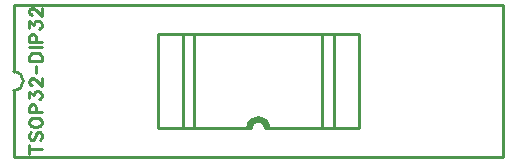
<source format=gbr>
G04 DipTrace 3.0.0.2*
G04 TopSilk.gbr*
%MOIN*%
G04 #@! TF.FileFunction,Legend,Top*
G04 #@! TF.Part,Single*
%ADD10C,0.009843*%
%ADD33C,0.008749*%
%FSLAX26Y26*%
G04*
G70*
G90*
G75*
G01*
G04 TopSilk*
%LPD*%
X1580264Y610226D2*
D10*
Y925215D1*
X910992D1*
Y610226D1*
X1210201D1*
X1281138D2*
X1580264D1*
X1281138D2*
G03X1210201Y610226I-35469J-32D01*
G01*
X430709Y514969D2*
X2060630D1*
X430709Y1018882D2*
X2060630D1*
Y514969D2*
Y1018882D1*
X430709Y514969D2*
Y735423D1*
Y1018882D2*
Y798429D1*
Y735423D2*
G03X430709Y798429I-45J31503D01*
G01*
X1497606Y610222D2*
Y925211D1*
X993732Y610222D2*
Y925211D1*
X1497606D2*
X993732D1*
X1497606Y610222D2*
X1277153D1*
X1214185D2*
X993732D1*
X1277153D2*
G03X1214185Y610222I-31484J47D01*
G01*
X1458288D2*
Y925211D1*
X1033050D1*
Y610222D1*
X1222071D1*
X1458288D2*
X1269268D1*
G03X1222071Y610222I-23598J57D01*
G01*
X483005Y538899D2*
D33*
X523197D1*
X483004Y525502D2*
X483005Y552297D1*
X488753Y596589D2*
X484906Y592786D1*
X483005Y587038D1*
Y579389D1*
X484906Y573641D1*
X488753Y569794D1*
X492555D1*
X496402Y571740D1*
X498303Y573641D1*
X500204Y577444D1*
X504051Y588940D1*
X505952Y592786D1*
X507898Y594688D1*
X511700Y596589D1*
X517448D1*
X521251Y592786D1*
X523197Y587038D1*
Y579389D1*
X521251Y573641D1*
X517448Y569794D1*
X483005Y625583D2*
X484906Y621736D1*
X488753Y617934D1*
X492555Y615988D1*
X498303Y614087D1*
X507898D1*
X513602Y615988D1*
X517448Y617933D1*
X521251Y621736D1*
X523196Y625583D1*
Y633232D1*
X521251Y637035D1*
X517448Y640881D1*
X513602Y642783D1*
X507898Y644684D1*
X498303D1*
X492555Y642783D1*
X488753Y640881D1*
X484906Y637035D1*
X483005Y633232D1*
Y625583D1*
X504051Y662182D2*
Y679426D1*
X502150Y685130D1*
X500204Y687075D1*
X496402Y688976D1*
X490654D1*
X486851Y687075D1*
X484906Y685130D1*
X483005Y679426D1*
Y662182D1*
X523196D1*
X483049Y710321D2*
Y731323D1*
X498347Y719872D1*
Y725620D1*
X500249Y729422D1*
X502150Y731323D1*
X507898Y733269D1*
X511700D1*
X517448Y731323D1*
X521295Y727521D1*
X523196Y721773D1*
Y716025D1*
X521295Y710321D1*
X519350Y708420D1*
X515547Y706474D1*
X492599Y752712D2*
X490698D1*
X486851Y754613D1*
X484950Y756515D1*
X483049Y760362D1*
Y768011D1*
X484950Y771813D1*
X486851Y773715D1*
X490698Y775660D1*
X494501D1*
X498347Y773715D1*
X504051Y769912D1*
X523196Y750767D1*
Y777561D1*
X503123Y795059D2*
Y817167D1*
X483004Y834665D2*
X523196D1*
Y848062D1*
X521251Y853810D1*
X517448Y857657D1*
X513602Y859558D1*
X507898Y861459D1*
X498303D1*
X492555Y859558D1*
X488753Y857657D1*
X484906Y853810D1*
X483004Y848062D1*
Y834665D1*
Y878957D2*
X523196D1*
X504051Y896455D2*
Y913699D1*
X502150Y919403D1*
X500204Y921349D1*
X496402Y923250D1*
X490654D1*
X486851Y921349D1*
X484906Y919403D1*
X483004Y913699D1*
Y896455D1*
X523196D1*
X483049Y944594D2*
Y965597D1*
X498347Y954145D1*
Y959893D1*
X500249Y963696D1*
X502150Y965597D1*
X507898Y967542D1*
X511700D1*
X517448Y965597D1*
X521295Y961794D1*
X523196Y956046D1*
Y950298D1*
X521295Y944594D1*
X519350Y942693D1*
X515547Y940748D1*
X492599Y986986D2*
X490698D1*
X486851Y988887D1*
X484950Y990788D1*
X483049Y994635D1*
Y1002284D1*
X484950Y1006087D1*
X486851Y1007988D1*
X490698Y1009933D1*
X494501D1*
X498347Y1007988D1*
X504051Y1004185D1*
X523196Y985040D1*
Y1011835D1*
M02*

</source>
